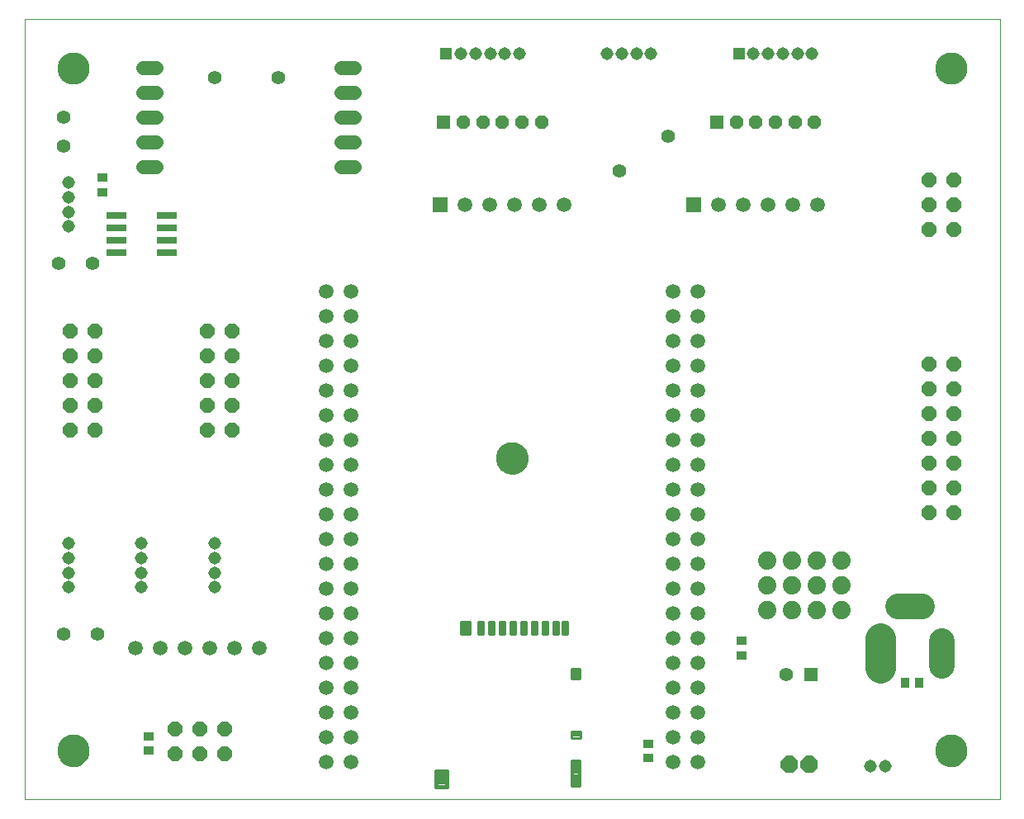
<source format=gbs>
G75*
%MOIN*%
%OFA0B0*%
%FSLAX24Y24*%
%IPPOS*%
%LPD*%
%AMOC8*
5,1,8,0,0,1.08239X$1,22.5*
%
%ADD10C,0.0000*%
%ADD11C,0.1300*%
%ADD12R,0.0434X0.0355*%
%ADD13OC8,0.0600*%
%ADD14C,0.0516*%
%ADD15C,0.1024*%
%ADD16C,0.1221*%
%ADD17C,0.0594*%
%ADD18C,0.0560*%
%ADD19R,0.0516X0.0516*%
%ADD20OC8,0.0555*%
%ADD21R,0.0555X0.0555*%
%ADD22OC8,0.0700*%
%ADD23R,0.0594X0.0594*%
%ADD24C,0.0555*%
%ADD25C,0.0142*%
%ADD26C,0.0177*%
%ADD27C,0.0106*%
%ADD28C,0.0118*%
%ADD29C,0.0130*%
%ADD30R,0.0827X0.0276*%
%ADD31R,0.0355X0.0434*%
%ADD32C,0.0740*%
D10*
X000179Y000847D02*
X000179Y032343D01*
X039549Y032343D01*
X039549Y000847D01*
X000179Y000847D01*
X001517Y002816D02*
X001519Y002866D01*
X001525Y002916D01*
X001535Y002965D01*
X001549Y003013D01*
X001566Y003060D01*
X001587Y003105D01*
X001612Y003149D01*
X001640Y003190D01*
X001672Y003229D01*
X001706Y003266D01*
X001743Y003300D01*
X001783Y003330D01*
X001825Y003357D01*
X001869Y003381D01*
X001915Y003402D01*
X001962Y003418D01*
X002010Y003431D01*
X002060Y003440D01*
X002109Y003445D01*
X002160Y003446D01*
X002210Y003443D01*
X002259Y003436D01*
X002308Y003425D01*
X002356Y003410D01*
X002402Y003392D01*
X002447Y003370D01*
X002490Y003344D01*
X002531Y003315D01*
X002570Y003283D01*
X002606Y003248D01*
X002638Y003210D01*
X002668Y003170D01*
X002695Y003127D01*
X002718Y003083D01*
X002737Y003037D01*
X002753Y002989D01*
X002765Y002940D01*
X002773Y002891D01*
X002777Y002841D01*
X002777Y002791D01*
X002773Y002741D01*
X002765Y002692D01*
X002753Y002643D01*
X002737Y002595D01*
X002718Y002549D01*
X002695Y002505D01*
X002668Y002462D01*
X002638Y002422D01*
X002606Y002384D01*
X002570Y002349D01*
X002531Y002317D01*
X002490Y002288D01*
X002447Y002262D01*
X002402Y002240D01*
X002356Y002222D01*
X002308Y002207D01*
X002259Y002196D01*
X002210Y002189D01*
X002160Y002186D01*
X002109Y002187D01*
X002060Y002192D01*
X002010Y002201D01*
X001962Y002214D01*
X001915Y002230D01*
X001869Y002251D01*
X001825Y002275D01*
X001783Y002302D01*
X001743Y002332D01*
X001706Y002366D01*
X001672Y002403D01*
X001640Y002442D01*
X001612Y002483D01*
X001587Y002527D01*
X001566Y002572D01*
X001549Y002619D01*
X001535Y002667D01*
X001525Y002716D01*
X001519Y002766D01*
X001517Y002816D01*
X019234Y014627D02*
X019236Y014677D01*
X019242Y014727D01*
X019252Y014776D01*
X019266Y014824D01*
X019283Y014871D01*
X019304Y014916D01*
X019329Y014960D01*
X019357Y015001D01*
X019389Y015040D01*
X019423Y015077D01*
X019460Y015111D01*
X019500Y015141D01*
X019542Y015168D01*
X019586Y015192D01*
X019632Y015213D01*
X019679Y015229D01*
X019727Y015242D01*
X019777Y015251D01*
X019826Y015256D01*
X019877Y015257D01*
X019927Y015254D01*
X019976Y015247D01*
X020025Y015236D01*
X020073Y015221D01*
X020119Y015203D01*
X020164Y015181D01*
X020207Y015155D01*
X020248Y015126D01*
X020287Y015094D01*
X020323Y015059D01*
X020355Y015021D01*
X020385Y014981D01*
X020412Y014938D01*
X020435Y014894D01*
X020454Y014848D01*
X020470Y014800D01*
X020482Y014751D01*
X020490Y014702D01*
X020494Y014652D01*
X020494Y014602D01*
X020490Y014552D01*
X020482Y014503D01*
X020470Y014454D01*
X020454Y014406D01*
X020435Y014360D01*
X020412Y014316D01*
X020385Y014273D01*
X020355Y014233D01*
X020323Y014195D01*
X020287Y014160D01*
X020248Y014128D01*
X020207Y014099D01*
X020164Y014073D01*
X020119Y014051D01*
X020073Y014033D01*
X020025Y014018D01*
X019976Y014007D01*
X019927Y014000D01*
X019877Y013997D01*
X019826Y013998D01*
X019777Y014003D01*
X019727Y014012D01*
X019679Y014025D01*
X019632Y014041D01*
X019586Y014062D01*
X019542Y014086D01*
X019500Y014113D01*
X019460Y014143D01*
X019423Y014177D01*
X019389Y014214D01*
X019357Y014253D01*
X019329Y014294D01*
X019304Y014338D01*
X019283Y014383D01*
X019266Y014430D01*
X019252Y014478D01*
X019242Y014527D01*
X019236Y014577D01*
X019234Y014627D01*
X036950Y002816D02*
X036952Y002866D01*
X036958Y002916D01*
X036968Y002965D01*
X036982Y003013D01*
X036999Y003060D01*
X037020Y003105D01*
X037045Y003149D01*
X037073Y003190D01*
X037105Y003229D01*
X037139Y003266D01*
X037176Y003300D01*
X037216Y003330D01*
X037258Y003357D01*
X037302Y003381D01*
X037348Y003402D01*
X037395Y003418D01*
X037443Y003431D01*
X037493Y003440D01*
X037542Y003445D01*
X037593Y003446D01*
X037643Y003443D01*
X037692Y003436D01*
X037741Y003425D01*
X037789Y003410D01*
X037835Y003392D01*
X037880Y003370D01*
X037923Y003344D01*
X037964Y003315D01*
X038003Y003283D01*
X038039Y003248D01*
X038071Y003210D01*
X038101Y003170D01*
X038128Y003127D01*
X038151Y003083D01*
X038170Y003037D01*
X038186Y002989D01*
X038198Y002940D01*
X038206Y002891D01*
X038210Y002841D01*
X038210Y002791D01*
X038206Y002741D01*
X038198Y002692D01*
X038186Y002643D01*
X038170Y002595D01*
X038151Y002549D01*
X038128Y002505D01*
X038101Y002462D01*
X038071Y002422D01*
X038039Y002384D01*
X038003Y002349D01*
X037964Y002317D01*
X037923Y002288D01*
X037880Y002262D01*
X037835Y002240D01*
X037789Y002222D01*
X037741Y002207D01*
X037692Y002196D01*
X037643Y002189D01*
X037593Y002186D01*
X037542Y002187D01*
X037493Y002192D01*
X037443Y002201D01*
X037395Y002214D01*
X037348Y002230D01*
X037302Y002251D01*
X037258Y002275D01*
X037216Y002302D01*
X037176Y002332D01*
X037139Y002366D01*
X037105Y002403D01*
X037073Y002442D01*
X037045Y002483D01*
X037020Y002527D01*
X036999Y002572D01*
X036982Y002619D01*
X036968Y002667D01*
X036958Y002716D01*
X036952Y002766D01*
X036950Y002816D01*
X036950Y030375D02*
X036952Y030425D01*
X036958Y030475D01*
X036968Y030524D01*
X036982Y030572D01*
X036999Y030619D01*
X037020Y030664D01*
X037045Y030708D01*
X037073Y030749D01*
X037105Y030788D01*
X037139Y030825D01*
X037176Y030859D01*
X037216Y030889D01*
X037258Y030916D01*
X037302Y030940D01*
X037348Y030961D01*
X037395Y030977D01*
X037443Y030990D01*
X037493Y030999D01*
X037542Y031004D01*
X037593Y031005D01*
X037643Y031002D01*
X037692Y030995D01*
X037741Y030984D01*
X037789Y030969D01*
X037835Y030951D01*
X037880Y030929D01*
X037923Y030903D01*
X037964Y030874D01*
X038003Y030842D01*
X038039Y030807D01*
X038071Y030769D01*
X038101Y030729D01*
X038128Y030686D01*
X038151Y030642D01*
X038170Y030596D01*
X038186Y030548D01*
X038198Y030499D01*
X038206Y030450D01*
X038210Y030400D01*
X038210Y030350D01*
X038206Y030300D01*
X038198Y030251D01*
X038186Y030202D01*
X038170Y030154D01*
X038151Y030108D01*
X038128Y030064D01*
X038101Y030021D01*
X038071Y029981D01*
X038039Y029943D01*
X038003Y029908D01*
X037964Y029876D01*
X037923Y029847D01*
X037880Y029821D01*
X037835Y029799D01*
X037789Y029781D01*
X037741Y029766D01*
X037692Y029755D01*
X037643Y029748D01*
X037593Y029745D01*
X037542Y029746D01*
X037493Y029751D01*
X037443Y029760D01*
X037395Y029773D01*
X037348Y029789D01*
X037302Y029810D01*
X037258Y029834D01*
X037216Y029861D01*
X037176Y029891D01*
X037139Y029925D01*
X037105Y029962D01*
X037073Y030001D01*
X037045Y030042D01*
X037020Y030086D01*
X036999Y030131D01*
X036982Y030178D01*
X036968Y030226D01*
X036958Y030275D01*
X036952Y030325D01*
X036950Y030375D01*
X001517Y030375D02*
X001519Y030425D01*
X001525Y030475D01*
X001535Y030524D01*
X001549Y030572D01*
X001566Y030619D01*
X001587Y030664D01*
X001612Y030708D01*
X001640Y030749D01*
X001672Y030788D01*
X001706Y030825D01*
X001743Y030859D01*
X001783Y030889D01*
X001825Y030916D01*
X001869Y030940D01*
X001915Y030961D01*
X001962Y030977D01*
X002010Y030990D01*
X002060Y030999D01*
X002109Y031004D01*
X002160Y031005D01*
X002210Y031002D01*
X002259Y030995D01*
X002308Y030984D01*
X002356Y030969D01*
X002402Y030951D01*
X002447Y030929D01*
X002490Y030903D01*
X002531Y030874D01*
X002570Y030842D01*
X002606Y030807D01*
X002638Y030769D01*
X002668Y030729D01*
X002695Y030686D01*
X002718Y030642D01*
X002737Y030596D01*
X002753Y030548D01*
X002765Y030499D01*
X002773Y030450D01*
X002777Y030400D01*
X002777Y030350D01*
X002773Y030300D01*
X002765Y030251D01*
X002753Y030202D01*
X002737Y030154D01*
X002718Y030108D01*
X002695Y030064D01*
X002668Y030021D01*
X002638Y029981D01*
X002606Y029943D01*
X002570Y029908D01*
X002531Y029876D01*
X002490Y029847D01*
X002447Y029821D01*
X002402Y029799D01*
X002356Y029781D01*
X002308Y029766D01*
X002259Y029755D01*
X002210Y029748D01*
X002160Y029745D01*
X002109Y029746D01*
X002060Y029751D01*
X002010Y029760D01*
X001962Y029773D01*
X001915Y029789D01*
X001869Y029810D01*
X001825Y029834D01*
X001783Y029861D01*
X001743Y029891D01*
X001706Y029925D01*
X001672Y029962D01*
X001640Y030001D01*
X001612Y030042D01*
X001587Y030086D01*
X001566Y030131D01*
X001549Y030178D01*
X001535Y030226D01*
X001525Y030275D01*
X001519Y030325D01*
X001517Y030375D01*
D11*
X002147Y030375D03*
X019864Y014627D03*
X037580Y002816D03*
X037580Y030375D03*
X002147Y002816D03*
D12*
X005191Y002831D03*
X005191Y003383D03*
X025376Y003091D03*
X025376Y002540D03*
X029116Y006654D03*
X029116Y007245D03*
X003328Y025355D03*
X003328Y025946D03*
D13*
X003041Y019776D03*
X002041Y019776D03*
X002041Y018776D03*
X003041Y018776D03*
X003041Y017776D03*
X002041Y017776D03*
X002041Y016776D03*
X003041Y016776D03*
X003041Y015776D03*
X002041Y015776D03*
X007553Y015776D03*
X008553Y015776D03*
X008553Y016776D03*
X007553Y016776D03*
X007553Y017776D03*
X008553Y017776D03*
X008553Y018776D03*
X007553Y018776D03*
X007553Y019776D03*
X008553Y019776D03*
X008265Y003709D03*
X007265Y003709D03*
X007265Y002709D03*
X008265Y002709D03*
X006265Y002709D03*
X006265Y003709D03*
X036687Y012414D03*
X037687Y012414D03*
X037687Y013414D03*
X036687Y013414D03*
X036687Y014414D03*
X037687Y014414D03*
X037687Y015414D03*
X036687Y015414D03*
X036687Y016414D03*
X037687Y016414D03*
X037687Y017414D03*
X036687Y017414D03*
X036687Y018414D03*
X037687Y018414D03*
X037687Y023863D03*
X036687Y023863D03*
X036687Y024863D03*
X037687Y024863D03*
X037687Y025863D03*
X036687Y025863D03*
D14*
X031970Y030965D03*
X031380Y030965D03*
X030789Y030965D03*
X030198Y030965D03*
X029608Y030965D03*
X025474Y030965D03*
X024883Y030965D03*
X024293Y030965D03*
X023702Y030965D03*
X020159Y030965D03*
X019569Y030965D03*
X018978Y030965D03*
X018387Y030965D03*
X017797Y030965D03*
X001950Y025749D03*
X001950Y025158D03*
X001950Y024568D03*
X001950Y023977D03*
X001950Y011182D03*
X001950Y010591D03*
X001950Y010001D03*
X001950Y009410D03*
X004903Y009410D03*
X004903Y010001D03*
X004903Y010591D03*
X004903Y011182D03*
X007856Y011182D03*
X007856Y010591D03*
X007856Y010001D03*
X007856Y009410D03*
X034329Y002197D03*
X034919Y002197D03*
D15*
X037187Y006261D02*
X037187Y007245D01*
X036399Y008643D02*
X035415Y008643D01*
D16*
X034726Y007343D02*
X034726Y006162D01*
D17*
X027364Y006371D03*
X026364Y006371D03*
X026364Y007371D03*
X027364Y007371D03*
X027364Y008371D03*
X026364Y008371D03*
X026364Y009371D03*
X027364Y009371D03*
X027364Y010371D03*
X026364Y010371D03*
X026364Y011371D03*
X027364Y011371D03*
X027364Y012371D03*
X026364Y012371D03*
X026364Y013371D03*
X027364Y013371D03*
X027364Y014371D03*
X026364Y014371D03*
X026364Y015371D03*
X027364Y015371D03*
X027364Y016371D03*
X026364Y016371D03*
X026364Y017371D03*
X027364Y017371D03*
X027364Y018371D03*
X026364Y018371D03*
X026364Y019371D03*
X027364Y019371D03*
X027364Y020371D03*
X026364Y020371D03*
X026364Y021371D03*
X027364Y021371D03*
X028206Y024863D03*
X029206Y024863D03*
X030206Y024863D03*
X031206Y024863D03*
X032206Y024863D03*
X021970Y024863D03*
X020970Y024863D03*
X019970Y024863D03*
X018970Y024863D03*
X017970Y024863D03*
X013364Y021371D03*
X013364Y020371D03*
X013364Y019371D03*
X013364Y018371D03*
X013364Y017371D03*
X013364Y016371D03*
X013364Y015371D03*
X013364Y014371D03*
X013364Y013371D03*
X013364Y012371D03*
X012364Y012371D03*
X012364Y013371D03*
X012364Y014371D03*
X012364Y015371D03*
X012364Y016371D03*
X012364Y017371D03*
X012364Y018371D03*
X012364Y019371D03*
X012364Y020371D03*
X012364Y021371D03*
X012364Y011371D03*
X013364Y011371D03*
X013364Y010371D03*
X013364Y009371D03*
X013364Y008371D03*
X013364Y007371D03*
X013364Y006371D03*
X013364Y005371D03*
X013364Y004371D03*
X013364Y003371D03*
X013364Y002371D03*
X012364Y002371D03*
X012364Y003371D03*
X012364Y004371D03*
X012364Y005371D03*
X012364Y006371D03*
X012364Y007371D03*
X012364Y008371D03*
X012364Y009371D03*
X012364Y010371D03*
X009675Y006950D03*
X008675Y006950D03*
X007675Y006950D03*
X006675Y006950D03*
X005675Y006950D03*
X004675Y006950D03*
X026364Y005371D03*
X027364Y005371D03*
X027364Y004371D03*
X026364Y004371D03*
X026364Y003371D03*
X027364Y003371D03*
X027364Y002371D03*
X026364Y002371D03*
D18*
X013494Y026406D02*
X012974Y026406D01*
X012974Y027406D02*
X013494Y027406D01*
X013494Y028406D02*
X012974Y028406D01*
X012974Y029406D02*
X013494Y029406D01*
X013494Y030406D02*
X012974Y030406D01*
X005494Y030406D02*
X004974Y030406D01*
X004974Y029406D02*
X005494Y029406D01*
X005494Y028406D02*
X004974Y028406D01*
X004974Y027406D02*
X005494Y027406D01*
X005494Y026406D02*
X004974Y026406D01*
D19*
X017206Y030965D03*
X029017Y030965D03*
D20*
X028919Y028209D03*
X029706Y028209D03*
X030494Y028209D03*
X031281Y028209D03*
X032069Y028209D03*
X021045Y028209D03*
X020257Y028209D03*
X019470Y028209D03*
X018683Y028209D03*
X017895Y028209D03*
D21*
X017108Y028209D03*
X028131Y028209D03*
X031929Y005897D03*
D22*
X031862Y002265D03*
X031075Y002265D03*
D23*
X027206Y024863D03*
X016970Y024863D03*
D24*
X010415Y029981D03*
X007856Y029981D03*
X001754Y028406D03*
X001754Y027225D03*
X001557Y022501D03*
X002935Y022501D03*
X003131Y007540D03*
X001754Y007540D03*
X024194Y026241D03*
X026163Y027619D03*
X030929Y005897D03*
D25*
X022608Y006091D02*
X022278Y006091D01*
X022608Y006091D02*
X022608Y005721D01*
X022278Y005721D01*
X022278Y006091D01*
X022278Y005862D02*
X022608Y005862D01*
X022608Y006003D02*
X022278Y006003D01*
X022278Y002381D02*
X022608Y002381D01*
X022608Y001381D01*
X022278Y001381D01*
X022278Y002381D01*
X022278Y001522D02*
X022608Y001522D01*
X022608Y001663D02*
X022278Y001663D01*
X022278Y001804D02*
X022608Y001804D01*
X022608Y001945D02*
X022278Y001945D01*
X022278Y002086D02*
X022608Y002086D01*
X022608Y002227D02*
X022278Y002227D01*
X022278Y002368D02*
X022608Y002368D01*
D26*
X017216Y001980D02*
X016802Y001980D01*
X017216Y001980D02*
X017216Y001368D01*
X016802Y001368D01*
X016802Y001980D01*
X016802Y001544D02*
X017216Y001544D01*
X017216Y001720D02*
X016802Y001720D01*
X016802Y001896D02*
X017216Y001896D01*
D27*
X022260Y003589D02*
X022626Y003589D01*
X022626Y003341D01*
X022260Y003341D01*
X022260Y003589D01*
X022260Y003446D02*
X022626Y003446D01*
X022626Y003551D02*
X022260Y003551D01*
D28*
X022098Y007993D02*
X021920Y007993D01*
X022098Y007993D02*
X022098Y007521D01*
X021920Y007521D01*
X021920Y007993D01*
X021920Y007638D02*
X022098Y007638D01*
X022098Y007755D02*
X021920Y007755D01*
X021920Y007872D02*
X022098Y007872D01*
X022098Y007989D02*
X021920Y007989D01*
X021724Y007993D02*
X021546Y007993D01*
X021724Y007993D02*
X021724Y007521D01*
X021546Y007521D01*
X021546Y007993D01*
X021546Y007638D02*
X021724Y007638D01*
X021724Y007755D02*
X021546Y007755D01*
X021546Y007872D02*
X021724Y007872D01*
X021724Y007989D02*
X021546Y007989D01*
X021291Y007993D02*
X021113Y007993D01*
X021291Y007993D02*
X021291Y007521D01*
X021113Y007521D01*
X021113Y007993D01*
X021113Y007638D02*
X021291Y007638D01*
X021291Y007755D02*
X021113Y007755D01*
X021113Y007872D02*
X021291Y007872D01*
X021291Y007989D02*
X021113Y007989D01*
X020858Y007993D02*
X020680Y007993D01*
X020858Y007993D02*
X020858Y007521D01*
X020680Y007521D01*
X020680Y007993D01*
X020680Y007638D02*
X020858Y007638D01*
X020858Y007755D02*
X020680Y007755D01*
X020680Y007872D02*
X020858Y007872D01*
X020858Y007989D02*
X020680Y007989D01*
X020425Y007993D02*
X020247Y007993D01*
X020425Y007993D02*
X020425Y007521D01*
X020247Y007521D01*
X020247Y007993D01*
X020247Y007638D02*
X020425Y007638D01*
X020425Y007755D02*
X020247Y007755D01*
X020247Y007872D02*
X020425Y007872D01*
X020425Y007989D02*
X020247Y007989D01*
X019992Y007993D02*
X019814Y007993D01*
X019992Y007993D02*
X019992Y007521D01*
X019814Y007521D01*
X019814Y007993D01*
X019814Y007638D02*
X019992Y007638D01*
X019992Y007755D02*
X019814Y007755D01*
X019814Y007872D02*
X019992Y007872D01*
X019992Y007989D02*
X019814Y007989D01*
X019559Y007993D02*
X019381Y007993D01*
X019559Y007993D02*
X019559Y007521D01*
X019381Y007521D01*
X019381Y007993D01*
X019381Y007638D02*
X019559Y007638D01*
X019559Y007755D02*
X019381Y007755D01*
X019381Y007872D02*
X019559Y007872D01*
X019559Y007989D02*
X019381Y007989D01*
X019126Y007993D02*
X018948Y007993D01*
X019126Y007993D02*
X019126Y007521D01*
X018948Y007521D01*
X018948Y007993D01*
X018948Y007638D02*
X019126Y007638D01*
X019126Y007755D02*
X018948Y007755D01*
X018948Y007872D02*
X019126Y007872D01*
X019126Y007989D02*
X018948Y007989D01*
X018693Y007993D02*
X018515Y007993D01*
X018693Y007993D02*
X018693Y007521D01*
X018515Y007521D01*
X018515Y007993D01*
X018515Y007638D02*
X018693Y007638D01*
X018693Y007755D02*
X018515Y007755D01*
X018515Y007872D02*
X018693Y007872D01*
X018693Y007989D02*
X018515Y007989D01*
D29*
X018146Y007987D02*
X017842Y007987D01*
X018146Y007987D02*
X018146Y007527D01*
X017842Y007527D01*
X017842Y007987D01*
X017842Y007656D02*
X018146Y007656D01*
X018146Y007785D02*
X017842Y007785D01*
X017842Y007914D02*
X018146Y007914D01*
D30*
X005927Y022932D03*
X005927Y023432D03*
X005927Y023932D03*
X005927Y024432D03*
X003880Y024432D03*
X003880Y023932D03*
X003880Y023432D03*
X003880Y022932D03*
D31*
X035730Y005572D03*
X036281Y005572D03*
D32*
X033175Y008509D03*
X033175Y009509D03*
X033175Y010509D03*
X032175Y010509D03*
X031175Y010509D03*
X030175Y010509D03*
X030175Y009509D03*
X031175Y009509D03*
X032175Y009509D03*
X032175Y008509D03*
X031175Y008509D03*
X030175Y008509D03*
M02*

</source>
